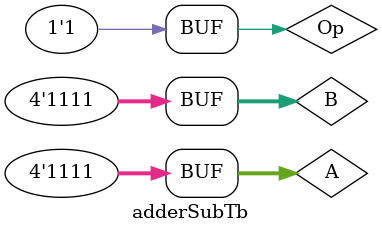
<source format=v>
module adderSubTb ();
 reg [3:0] A, B; 
 reg Op;
 wire [3:0] S;
 wire Cout;
 
 adderSub U1 (A, B, S, Cout, Op);

 initial 
begin 
     A = 4'b1010; B = 4'b0101; Op = 0;
 #10 A = 4'b1011; B = 4'b1001; Op = 1;
 #10 A = 4'b1000; B = 4'b0010; Op = 1;
 #10 A = 4'b0001; B = 4'b0010; Op = 1;
 #10 A = 4'b1111; B = 4'b1111; Op = 0; 
 #10 A = 4'b1111; B = 4'b1111; Op = 1; 

end endmodule

</source>
